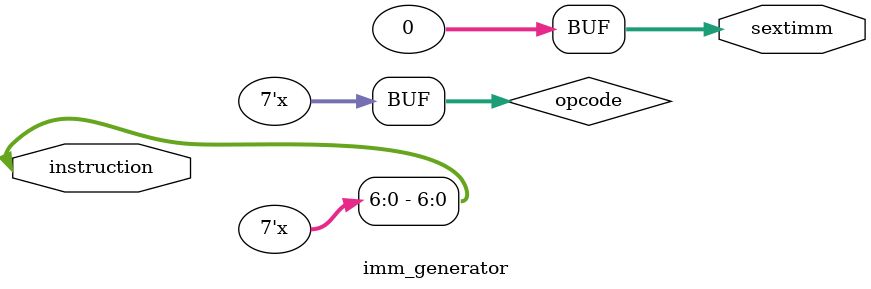
<source format=v>

module imm_generator #(
  parameter DATA_WIDTH = 32
)(
  input [31:0] instruction,

  output reg [DATA_WIDTH-1:0] sextimm
);

wire [6:0] opcode;
assign opcode = instruction[6:0];

always @(*) begin
  case (opcode)
    //////////////////////////////////////////////////////////////////////////
    // TODO : Generate sextimm using instruction
    7'b0010011: opcode = $signed(instruction[31:20]); //I-type
    7'b0000011: opcode = $signed(instruction[31:20]); //Load
    7'b0100011: opcode = $signed({instruction[31:25], instruction[11:7]}); //Store
    7'b1100011: opcode = $signed({instruction[31], instruction[7], instruction[30:24], instruction[11:8], 1'b0}); //Branch
    7'b1101111: opcode = $signed({instruction[31], instruction[19:12], instruction[20], instruction[31:21], 1'b0}); //JAL
    7'b1100111: opcode = $signed({instruction[31:20]}); //JALR
    //////////////////////////////////////////////////////////////////////////
    default:    sextimm = 32'h0000_0000;
  endcase
end


endmodule

</source>
